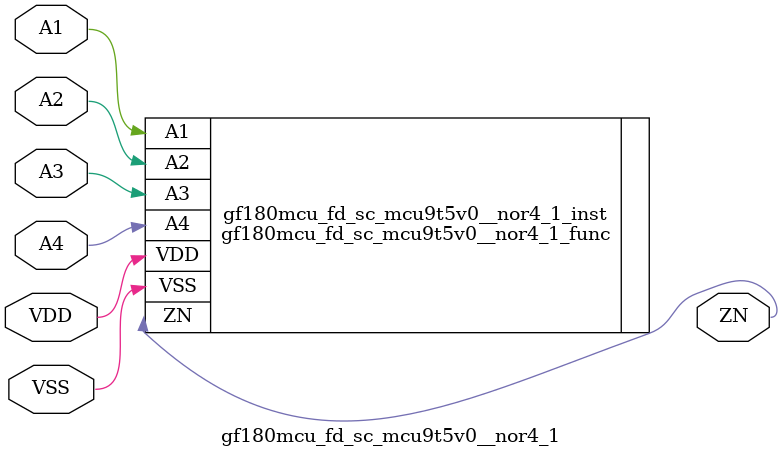
<source format=v>

module gf180mcu_fd_sc_mcu9t5v0__nor4_1( A4, ZN, A3, A2, A1, VDD, VSS );
input A1, A2, A3, A4;
inout VDD, VSS;
output ZN;

   `ifdef FUNCTIONAL  //  functional //

	gf180mcu_fd_sc_mcu9t5v0__nor4_1_func gf180mcu_fd_sc_mcu9t5v0__nor4_1_behav_inst(.A4(A4),.ZN(ZN),.A3(A3),.A2(A2),.A1(A1),.VDD(VDD),.VSS(VSS));

   `else

	gf180mcu_fd_sc_mcu9t5v0__nor4_1_func gf180mcu_fd_sc_mcu9t5v0__nor4_1_inst(.A4(A4),.ZN(ZN),.A3(A3),.A2(A2),.A1(A1),.VDD(VDD),.VSS(VSS));

	// spec_gates_begin


	// spec_gates_end



   specify

	// specify_block_begin

	// comb arc A1 --> ZN
	 (A1 => ZN) = (1.0,1.0);

	// comb arc A2 --> ZN
	 (A2 => ZN) = (1.0,1.0);

	// comb arc A3 --> ZN
	 (A3 => ZN) = (1.0,1.0);

	// comb arc A4 --> ZN
	 (A4 => ZN) = (1.0,1.0);

	// specify_block_end

   endspecify

   `endif

endmodule

</source>
